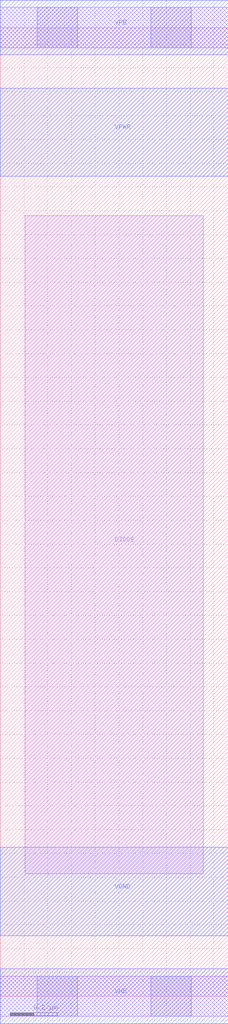
<source format=lef>
# Copyright 2020 The SkyWater PDK Authors
#
# Licensed under the Apache License, Version 2.0 (the "License");
# you may not use this file except in compliance with the License.
# You may obtain a copy of the License at
#
#     https://www.apache.org/licenses/LICENSE-2.0
#
# Unless required by applicable law or agreed to in writing, software
# distributed under the License is distributed on an "AS IS" BASIS,
# WITHOUT WARRANTIES OR CONDITIONS OF ANY KIND, either express or implied.
# See the License for the specific language governing permissions and
# limitations under the License.
#
# SPDX-License-Identifier: Apache-2.0

VERSION 5.5 ;
NAMESCASESENSITIVE ON ;
BUSBITCHARS "[]" ;
DIVIDERCHAR "/" ;
MACRO sky130_fd_sc_hvl__diode_2
  CLASS CORE ANTENNACELL ;
  SOURCE USER ;
  ORIGIN  0.000000  0.000000 ;
  SIZE  0.960000 BY  4.070000 ;
  SYMMETRY X Y ;
  SITE unithv ;
  PIN DIODE
    ANTENNADIFFAREA  0.607200 ;
    DIRECTION INPUT ;
    PORT
      LAYER li1 ;
        RECT 0.105000 0.515000 0.855000 3.280000 ;
    END
  END DIODE
  PIN VGND
    DIRECTION INOUT ;
    USE GROUND ;
    PORT
      LAYER met1 ;
        RECT 0.000000 0.255000 0.960000 0.625000 ;
    END
  END VGND
  PIN VNB
    DIRECTION INOUT ;
    USE GROUND ;
    PORT
      LAYER met1 ;
        RECT 0.000000 -0.115000 0.960000 0.115000 ;
    END
  END VNB
  PIN VPB
    DIRECTION INOUT ;
    USE POWER ;
    PORT
      LAYER met1 ;
        RECT 0.000000 3.955000 0.960000 4.185000 ;
    END
  END VPB
  PIN VPWR
    DIRECTION INOUT ;
    USE POWER ;
    PORT
      LAYER met1 ;
        RECT 0.000000 3.445000 0.960000 3.815000 ;
    END
  END VPWR
  OBS
    LAYER li1 ;
      RECT 0.000000 -0.085000 0.960000 0.085000 ;
      RECT 0.000000  3.985000 0.960000 4.155000 ;
    LAYER mcon ;
      RECT 0.155000 -0.085000 0.325000 0.085000 ;
      RECT 0.155000 -0.085000 0.325000 0.085000 ;
      RECT 0.155000  3.985000 0.325000 4.155000 ;
      RECT 0.155000  3.985000 0.325000 4.155000 ;
      RECT 0.635000 -0.085000 0.805000 0.085000 ;
      RECT 0.635000 -0.085000 0.805000 0.085000 ;
      RECT 0.635000  3.985000 0.805000 4.155000 ;
      RECT 0.635000  3.985000 0.805000 4.155000 ;
  END
END sky130_fd_sc_hvl__diode_2
END LIBRARY

</source>
